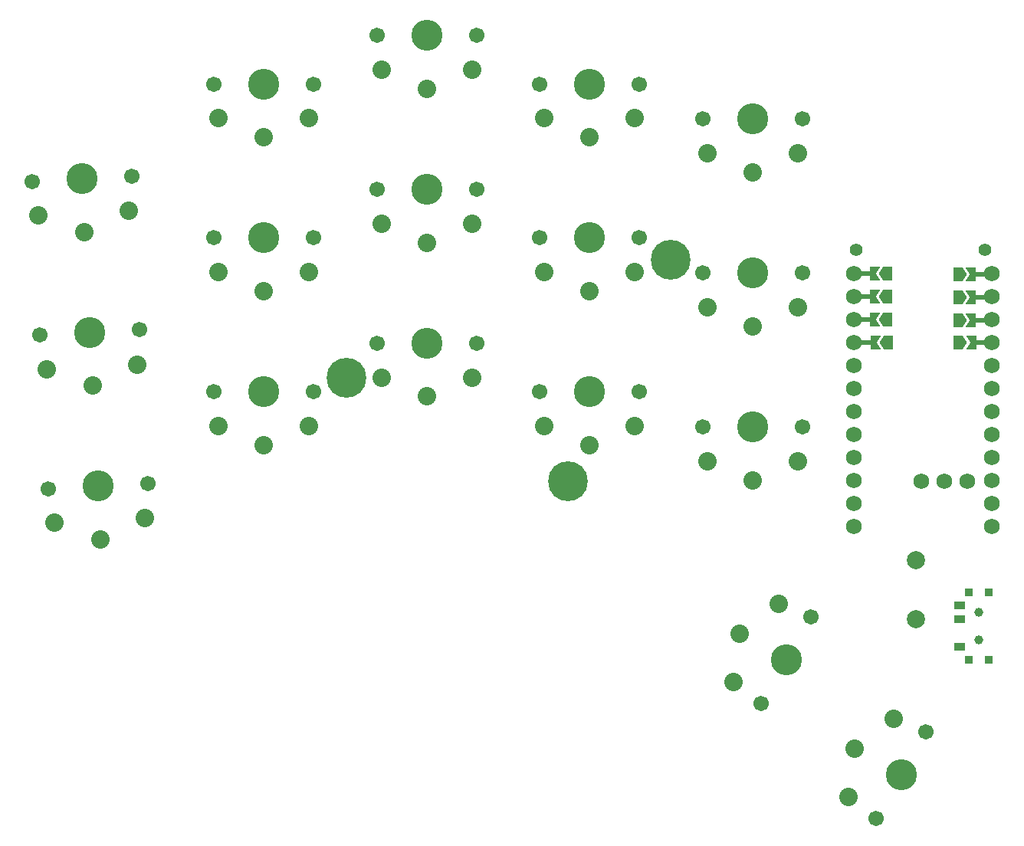
<source format=gbr>
%TF.GenerationSoftware,KiCad,Pcbnew,9.0.6*%
%TF.CreationDate,2025-12-28T20:57:02+00:00*%
%TF.ProjectId,demeter,64656d65-7465-4722-9e6b-696361645f70,rev?*%
%TF.SameCoordinates,Original*%
%TF.FileFunction,Soldermask,Top*%
%TF.FilePolarity,Negative*%
%FSLAX46Y46*%
G04 Gerber Fmt 4.6, Leading zero omitted, Abs format (unit mm)*
G04 Created by KiCad (PCBNEW 9.0.6) date 2025-12-28 20:57:02*
%MOMM*%
%LPD*%
G01*
G04 APERTURE LIST*
G04 Aperture macros list*
%AMFreePoly0*
4,1,6,0.500000,-0.750000,-0.650000,-0.750000,-0.150000,0.000000,-0.650000,0.750000,0.500000,0.750000,0.500000,-0.750000,0.500000,-0.750000,$1*%
%AMFreePoly1*
4,1,6,0.150000,0.000000,0.650000,-0.750000,-0.500000,-0.750000,-0.500000,0.750000,0.650000,0.750000,0.150000,0.000000,0.150000,0.000000,$1*%
%AMFreePoly2*
4,1,6,0.500000,-0.750000,-0.500000,-0.750000,-1.000000,0.000000,-0.500000,0.750000,0.500000,0.750000,0.500000,-0.750000,0.500000,-0.750000,$1*%
%AMFreePoly3*
4,1,6,1.000000,0.000000,0.500000,-0.750000,-0.500000,-0.750000,-0.500000,0.750000,0.500000,0.750000,1.000000,0.000000,1.000000,0.000000,$1*%
G04 Aperture macros list end*
%ADD10C,1.397000*%
%ADD11C,1.701800*%
%ADD12C,3.429000*%
%ADD13C,2.032000*%
%ADD14C,1.000000*%
%ADD15R,0.900000X0.900000*%
%ADD16R,1.250000X0.900000*%
%ADD17C,1.752600*%
%ADD18R,1.524000X0.500000*%
%ADD19FreePoly0,180.000000*%
%ADD20FreePoly1,180.000000*%
%ADD21FreePoly2,180.000000*%
%ADD22FreePoly3,180.000000*%
%ADD23C,4.400000*%
%ADD24C,2.000000*%
G04 APERTURE END LIST*
D10*
%TO.C,Bat+1*%
X183571918Y-77344000D03*
X183571918Y-77344000D03*
%TD*%
%TO.C,BatGND1*%
X169347918Y-77344000D03*
X169347918Y-77344000D03*
%TD*%
D11*
%TO.C,SW2*%
X78332099Y-69784674D03*
D12*
X83824561Y-69496826D03*
D11*
X89317023Y-69208978D03*
D13*
X84133343Y-75388740D03*
X79030290Y-73553298D03*
X89016585Y-73029938D03*
%TD*%
D11*
%TO.C,SW3*%
X98410000Y-59020000D03*
D12*
X103910000Y-59020000D03*
D11*
X109410000Y-59020000D03*
D13*
X103910000Y-64920000D03*
X98910000Y-62820000D03*
X108910000Y-62820000D03*
%TD*%
D11*
%TO.C,SW4*%
X116410000Y-53660000D03*
D12*
X121910000Y-53660000D03*
D11*
X127410000Y-53660000D03*
D13*
X121910000Y-59560000D03*
X116910000Y-57460000D03*
X126910000Y-57460000D03*
%TD*%
D11*
%TO.C,SW5*%
X134410000Y-59020000D03*
D12*
X139910000Y-59020000D03*
D11*
X145410000Y-59020000D03*
D13*
X139910000Y-64920000D03*
X134910000Y-62820000D03*
X144910000Y-62820000D03*
%TD*%
D11*
%TO.C,SW6*%
X152410000Y-62900000D03*
D12*
X157910000Y-62900000D03*
D11*
X163410000Y-62900000D03*
D13*
X157910000Y-68800000D03*
X152910000Y-66700000D03*
X162910000Y-66700000D03*
%TD*%
D11*
%TO.C,SW8*%
X79221809Y-86761376D03*
D12*
X84714271Y-86473528D03*
D11*
X90206733Y-86185680D03*
D13*
X85023053Y-92365442D03*
X79920000Y-90530000D03*
X89906295Y-90006640D03*
%TD*%
D11*
%TO.C,SW9*%
X98410000Y-76020000D03*
D12*
X103910000Y-76020000D03*
D11*
X109410000Y-76020000D03*
D13*
X103910000Y-81920000D03*
X98910000Y-79820000D03*
X108910000Y-79820000D03*
%TD*%
D11*
%TO.C,SW10*%
X116410000Y-70660000D03*
D12*
X121910000Y-70660000D03*
D11*
X127410000Y-70660000D03*
D13*
X121910000Y-76560000D03*
X116910000Y-74460000D03*
X126910000Y-74460000D03*
%TD*%
D11*
%TO.C,SW11*%
X134410000Y-76020000D03*
D12*
X139910000Y-76020000D03*
D11*
X145410000Y-76020000D03*
D13*
X139910000Y-81920000D03*
X134910000Y-79820000D03*
X144910000Y-79820000D03*
%TD*%
D11*
%TO.C,SW12*%
X152410000Y-79900000D03*
D12*
X157910000Y-79900000D03*
D11*
X163410000Y-79900000D03*
D13*
X157910000Y-85800000D03*
X152910000Y-83700000D03*
X162910000Y-83700000D03*
%TD*%
D11*
%TO.C,SW14*%
X80111521Y-103738078D03*
D12*
X85603983Y-103450230D03*
D11*
X91096445Y-103162382D03*
D13*
X85912765Y-109342144D03*
X80809712Y-107506702D03*
X90796007Y-106983342D03*
%TD*%
D11*
%TO.C,SW15*%
X98410000Y-93020000D03*
D12*
X103910000Y-93020000D03*
D11*
X109410000Y-93020000D03*
D13*
X103910000Y-98920000D03*
X98910000Y-96820000D03*
X108910000Y-96820000D03*
%TD*%
D11*
%TO.C,SW16*%
X116410000Y-87660000D03*
D12*
X121910000Y-87660000D03*
D11*
X127410000Y-87660000D03*
D13*
X121910000Y-93560000D03*
X116910000Y-91460000D03*
X126910000Y-91460000D03*
%TD*%
D11*
%TO.C,SW17*%
X134410000Y-93020000D03*
D12*
X139910000Y-93020000D03*
D11*
X145410000Y-93020000D03*
D13*
X139910000Y-98920000D03*
X134910000Y-96820000D03*
X144910000Y-96820000D03*
%TD*%
D11*
%TO.C,SW18*%
X152410000Y-96900000D03*
D12*
X157910000Y-96900000D03*
D11*
X163410000Y-96900000D03*
D13*
X157910000Y-102800000D03*
X152910000Y-100700000D03*
X162910000Y-100700000D03*
%TD*%
D11*
%TO.C,SW20*%
X164374075Y-117914752D03*
D12*
X161624075Y-122677892D03*
D11*
X158874075Y-127441032D03*
D13*
X156514525Y-119727892D03*
X160833178Y-116447765D03*
X155833178Y-125108019D03*
%TD*%
D11*
%TO.C,SW21*%
X177074075Y-130614752D03*
D12*
X174324075Y-135377892D03*
D11*
X171574075Y-140141032D03*
D13*
X169214525Y-132427892D03*
X173533178Y-129147765D03*
X168533178Y-137808019D03*
%TD*%
D14*
%TO.C,SW_POWER1*%
X182880000Y-117416037D03*
X182880000Y-120416037D03*
D15*
X183980000Y-115216037D03*
X181780000Y-115216037D03*
X183980000Y-122616037D03*
X181780000Y-122616037D03*
D16*
X180805000Y-121166037D03*
X180805000Y-118166037D03*
X180805000Y-116666037D03*
%TD*%
D17*
%TO.C,U1*%
X169095918Y-80008000D03*
X169095918Y-82548000D03*
X169095918Y-85088000D03*
X169095918Y-87628000D03*
D18*
X170465918Y-80008000D03*
X170465918Y-82548000D03*
X170465918Y-85088000D03*
X170510918Y-87578000D03*
D19*
X171390918Y-80008000D03*
X171390918Y-82548000D03*
X171390918Y-85088000D03*
X171435918Y-87578000D03*
D20*
X182065918Y-80048000D03*
X182065918Y-82588000D03*
X182065918Y-85128000D03*
X182110918Y-87618000D03*
D18*
X183015918Y-80048000D03*
X183015918Y-82588000D03*
X183015918Y-85128000D03*
X183060918Y-87618000D03*
D17*
X184335918Y-80008000D03*
X184335918Y-82548000D03*
X184335918Y-85088000D03*
X184335918Y-87628000D03*
D21*
X180615918Y-80048000D03*
X180615918Y-82588000D03*
X180615918Y-85128000D03*
X180660918Y-87618000D03*
D17*
X184335918Y-90168000D03*
X184335918Y-92708000D03*
X184335918Y-95248000D03*
X184335918Y-97788000D03*
X184335918Y-100328000D03*
X184335918Y-102868000D03*
X184335918Y-105408000D03*
X184335918Y-107948000D03*
X169095918Y-107948000D03*
X169095918Y-105408000D03*
X169095918Y-102868000D03*
X169095918Y-100328000D03*
X169095918Y-97788000D03*
X169095918Y-95248000D03*
X169095918Y-92708000D03*
X169095918Y-90168000D03*
D22*
X172885918Y-87578000D03*
X172840918Y-85088000D03*
X172840918Y-82548000D03*
X172840918Y-80008000D03*
D17*
X176515918Y-102918000D03*
X179055918Y-102918000D03*
X181595918Y-102918000D03*
%TD*%
D23*
%TO.C,REF\u002A\u002A*%
X113098855Y-91515485D03*
X137515485Y-102901145D03*
X148901145Y-78484515D03*
%TD*%
D24*
%TO.C,RSW1*%
X175925000Y-111640000D03*
X175925000Y-118140000D03*
%TD*%
M02*

</source>
